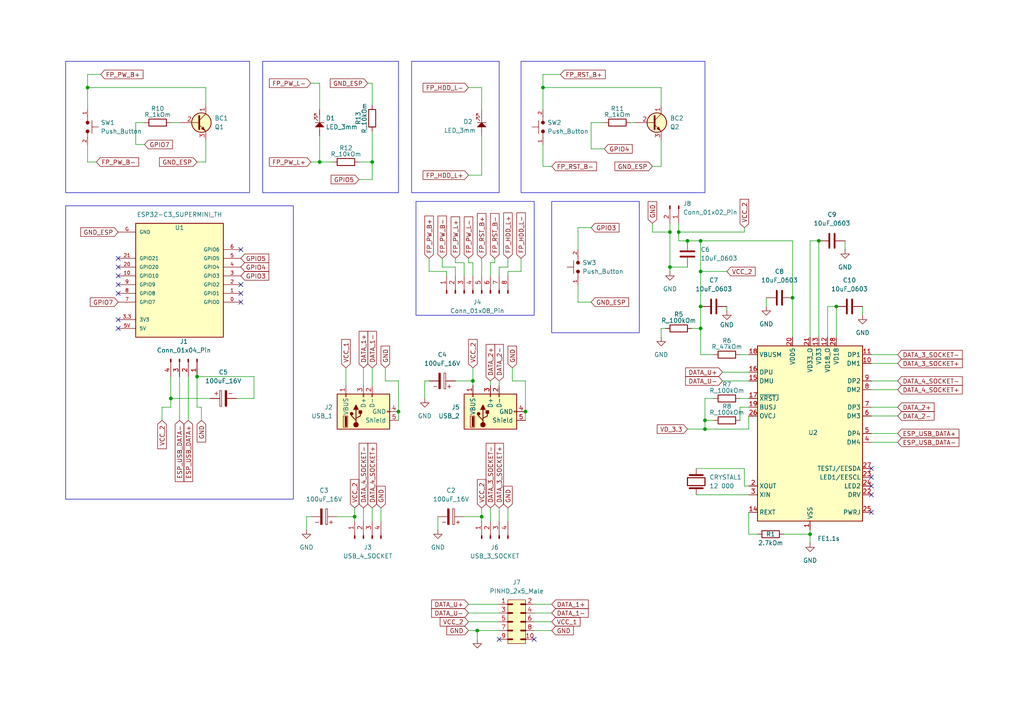
<source format=kicad_sch>
(kicad_sch (version 20250114) (generator "eeschema") (generator_version "9.0")
  (paper "A4")
  (lib_symbols
    (symbol "Connector:Conn_01x02_Pin" (pin_names (offset 1.016) (hide yes))
      (property "Reference" "J" (at 0 2.54 0))
      (property "Value" "Conn_01x02_Pin" (at 0 -5.08 0))
      (symbol "Conn_01x02_Pin_1_1"
        (pin passive line (at 5.08 0 180) (length 3.81) (name "Pin_1") (number "1"))
        (pin passive line (at 5.08 -2.54 180) (length 3.81) (name "Pin_2") (number "2"))
      )
    )
    (symbol "Connector:Conn_01x04_Pin" (pin_names (offset 1.016) (hide yes))
      (property "Reference" "J" (at 0 5.08 0))
      (property "Value" "Conn_01x04_Pin" (at 0 -7.62 0))
      (symbol "Conn_01x04_Pin_1_1"
        (pin passive line (at 5.08 2.54 180) (length 3.81) (name "Pin_1") (number "1"))
        (pin passive line (at 5.08 0 180) (length 3.81) (name "Pin_2") (number "2"))
        (pin passive line (at 5.08 -2.54 180) (length 3.81) (name "Pin_3") (number "3"))
        (pin passive line (at 5.08 -5.08 180) (length 3.81) (name "Pin_4") (number "4"))
      )
    )
    (symbol "Connector:Conn_01x08_Pin" (pin_names (offset 1.016) (hide yes))
      (property "Reference" "J" (at 0 10.16 0))
      (property "Value" "Conn_01x08_Pin" (at 0 -12.7 0))
      (symbol "Conn_01x08_Pin_1_1"
        (pin passive line (at 5.08 7.62 180) (length 3.81) (name "Pin_1") (number "1"))
        (pin passive line (at 5.08 5.08 180) (length 3.81) (name "Pin_2") (number "2"))
        (pin passive line (at 5.08 2.54 180) (length 3.81) (name "Pin_3") (number "3"))
        (pin passive line (at 5.08 0 180) (length 3.81) (name "Pin_4") (number "4"))
        (pin passive line (at 5.08 -2.54 180) (length 3.81) (name "Pin_5") (number "5"))
        (pin passive line (at 5.08 -5.08 180) (length 3.81) (name "Pin_6") (number "6"))
        (pin passive line (at 5.08 -7.62 180) (length 3.81) (name "Pin_7") (number "7"))
        (pin passive line (at 5.08 -10.16 180) (length 3.81) (name "Pin_8") (number "8"))
      )
    )
    (symbol "Connector:USB_A" (pin_names (offset 1.016))
      (property "Reference" "J" (at -5.08 11.43 0))
      (property "Value" "USB_A" (at -5.08 8.89 0))
      (symbol "USB_A_1_1"
        (pin passive line (at -2.54 -10.16 90) (length 2.54) (name "Shield") (number "5"))
        (pin power_in line (at 0 -10.16 90) (length 2.54) (name "GND") (number "4"))
        (pin power_in line (at 7.62 5.08 180) (length 2.54) (name "VBUS") (number "1"))
        (pin bidirectional line (at 7.62 0 180) (length 2.54) (name "D+") (number "3"))
        (pin bidirectional line (at 7.62 -2.54 180) (length 2.54) (name "D-") (number "2"))
      )
    )
    (symbol "ESP32-C3_SUPERMINI_TH:ESP32-C3_SUPERMINI_TH" (pin_names (offset 1.016))
      (property "Reference" "U" (at -12.7 16.002 0))
      (property "Value" "ESP32-C3_SUPERMINI_TH" (at -12.7 -20.32 0))
      (symbol "ESP32-C3_SUPERMINI_TH_0_0"
        (pin bidirectional line (at -17.78 5.08 0) (length 5.08) (name "GPIO0") (number "0"))
        (pin bidirectional line (at -17.78 2.54 0) (length 5.08) (name "GPIO1") (number "1"))
        (pin bidirectional line (at -17.78 0 0) (length 5.08) (name "GPIO2") (number "2"))
        (pin bidirectional line (at -17.78 -2.54 0) (length 5.08) (name "GPIO3") (number "3"))
        (pin bidirectional line (at -17.78 -5.08 0) (length 5.08) (name "GPIO4") (number "4"))
        (pin bidirectional line (at -17.78 -7.62 0) (length 5.08) (name "GPIO5") (number "5"))
        (pin bidirectional line (at -17.78 -10.16 0) (length 5.08) (name "GPIO6") (number "6"))
        (pin power_in line (at 17.78 12.7 180) (length 5.08) (name "5V") (number "5V"))
        (pin power_in line (at 17.78 10.16 180) (length 5.08) (name "3V3") (number "3.3"))
        (pin bidirectional line (at 17.78 5.08 180) (length 5.08) (name "GPIO7") (number "7"))
        (pin bidirectional line (at 17.78 2.54 180) (length 5.08) (name "GPIO8") (number "8"))
        (pin bidirectional line (at 17.78 0 180) (length 5.08) (name "GPIO9") (number "9"))
        (pin bidirectional line (at 17.78 -2.54 180) (length 5.08) (name "GPIO10") (number "10"))
        (pin bidirectional line (at 17.78 -5.08 180) (length 5.08) (name "GPIO20") (number "20"))
        (pin bidirectional line (at 17.78 -7.62 180) (length 5.08) (name "GPIO21") (number "21"))
        (pin power_in line (at 17.78 -15.24 180) (length 5.08) (name "GND") (number "G"))
      )
    )
    (symbol "Interface_USB:FE1.1s"
      (property "Reference" "U" (at -11.43 26.67 0))
      (property "Value" "FE1.1s" (at 12.7 27.94 0))
      (symbol "FE1.1s_1_1"
        (pin input line (at -17.78 22.86 0) (length 2.54) (name "VBUSM") (number "18"))
        (pin bidirectional line (at -17.78 17.78 0) (length 2.54) (name "DPU") (number "16"))
        (pin bidirectional line (at -17.78 15.24 0) (length 2.54) (name "DMU") (number "15"))
        (pin input line (at -17.78 10.16 0) (length 2.54) (name "~{XRSTJ}") (number "17"))
        (pin input line (at -17.78 7.62 0) (length 2.54) (name "BUSJ") (number "19"))
        (pin input line (at -17.78 5.08 0) (length 2.54) (name "OVCJ") (number "26"))
        (pin output line (at -17.78 -15.24 0) (length 2.54) (name "XOUT") (number "2"))
        (pin input line (at -17.78 -17.78 0) (length 2.54) (name "XIN") (number "3"))
        (pin passive line (at -17.78 -22.86 0) (length 2.54) (name "REXT") (number "14"))
        (pin power_in line (at -5.08 27.94 270) (length 2.54) (name "VDD5") (number "20"))
        (pin power_out line (at 0 27.94 270) (length 2.54) (name "VD33_O") (number "21"))
        (pin power_in line (at 0 -27.94 90) (length 2.54) (name "VSS") (number "1"))
        (pin power_in line (at 2.54 27.94 270) (length 2.54) (name "VD33") (number "13"))
        (pin power_out line (at 5.08 27.94 270) (length 2.54) (name "VD18_O") (number "12"))
        (pin power_in line (at 7.62 27.94 270) (length 2.54) (name "VD18") (number "28"))
        (pin bidirectional line (at 17.78 22.86 180) (length 2.54) (name "DP1") (number "11"))
        (pin bidirectional line (at 17.78 20.32 180) (length 2.54) (name "DM1") (number "10"))
        (pin bidirectional line (at 17.78 15.24 180) (length 2.54) (name "DP2") (number "9"))
        (pin bidirectional line (at 17.78 12.7 180) (length 2.54) (name "DM2") (number "8"))
        (pin bidirectional line (at 17.78 7.62 180) (length 2.54) (name "DP3") (number "7"))
        (pin bidirectional line (at 17.78 5.08 180) (length 2.54) (name "DM3") (number "6"))
        (pin bidirectional line (at 17.78 0 180) (length 2.54) (name "DP4") (number "5"))
        (pin bidirectional line (at 17.78 -2.54 180) (length 2.54) (name "DM4") (number "4"))
        (pin bidirectional line (at 17.78 -10.16 180) (length 2.54) (name "TESTJ/EESDA") (number "27"))
        (pin bidirectional line (at 17.78 -12.7 180) (length 2.54) (name "LED1/EESCL") (number "23"))
        (pin bidirectional line (at 17.78 -15.24 180) (length 2.54) (name "LED2") (number "24"))
        (pin bidirectional line (at 17.78 -17.78 180) (length 2.54) (name "DRV") (number "22"))
        (pin output line (at 17.78 -22.86 180) (length 2.54) (name "PWRJ") (number "25"))
      )
    )
    (symbol "PCM_Capacitor_AKL:C_0603" (pin_numbers (hide yes)) (pin_names (offset 0.254))
      (property "Reference" "C" (at 0.635 2.54 0))
      (property "Value" "C_0603" (at 0.635 -2.54 0))
      (symbol "C_0603_1_1"
        (pin passive line (at 0 3.81 270) (length 2.794) (name "~") (number "1"))
        (pin passive line (at 0 -3.81 90) (length 2.794) (name "~") (number "2"))
      )
      (symbol "C_0603_1_2"
        (pin passive line (at -2.54 -2.54 90) (length 0) (name "~") (number "2"))
        (pin passive line (at 2.54 2.54 270) (length 0) (name "~") (number "1"))
      )
    )
    (symbol "PCM_Crystal_AKL:Crystal_Generic" (pin_numbers (hide yes)) (pin_names (offset 1.016) (hide yes))
      (property "Reference" "X" (at 0 3.81 0))
      (property "Value" "Crystal_Generic" (at 0 -3.81 0))
      (symbol "Crystal_Generic_1_1"
        (pin passive line (at -3.81 0 0) (length 1.27) (name "1") (number "1"))
        (pin passive line (at 3.81 0 180) (length 1.27) (name "2") (number "2"))
      )
    )
    (symbol "PCM_Resistor_AKL:R_0603" (pin_numbers (hide yes)) (pin_names (offset 0))
      (property "Reference" "R" (at 2.54 1.27 0))
      (property "Value" "R_0603" (at 2.54 -1.27 0))
      (symbol "R_0603_1_1"
        (pin passive line (at 0 3.81 270) (length 1.27) (name "~") (number "1"))
        (pin passive line (at 0 -3.81 90) (length 1.27) (name "~") (number "2"))
      )
      (symbol "R_0603_1_2"
        (pin passive line (at -2.54 -2.54 0) (length 0) (name "") (number "2"))
        (pin passive line (at 2.54 2.54 180) (length 0) (name "") (number "1"))
      )
    )
    (symbol "PCM_Resistor_AKL:R_1206" (pin_numbers (hide yes)) (pin_names (offset 0))
      (property "Reference" "R" (at 2.54 1.27 0))
      (property "Value" "R_1206" (at 2.54 -1.27 0))
      (symbol "R_1206_1_1"
        (pin passive line (at 0 3.81 270) (length 1.27) (name "~") (number "1"))
        (pin passive line (at 0 -3.81 90) (length 1.27) (name "~") (number "2"))
      )
      (symbol "R_1206_1_2"
        (pin passive line (at -2.54 -2.54 0) (length 0) (name "") (number "2"))
        (pin passive line (at 2.54 2.54 180) (length 0) (name "") (number "1"))
      )
    )
    (symbol "PCM_SL_Capacitors:100uF_16V"
      (property "Reference" "C" (at 0 7.62 0))
      (property "Value" "100uF_16V" (at 0 5.08 0))
      (symbol "100uF_16V_0_0"
        (text "+" (at -2.032 1.524 0) (effects (font (size 1.27 1.27))))
        (text "-" (at 2.032 1.524 0) (effects (font (size 1.27 1.27))))
      )
      (symbol "100uF_16V_1_1"
        (pin passive line (at -3.81 0 0) (length 2.7) (name "~") (number "1"))
        (pin input line (at 3.81 0 180) (length 2.7) (name "~") (number "2"))
      )
    )
    (symbol "PCM_SL_Devices:LED_3mm"
      (property "Reference" "D" (at -0.508 5.334 0))
      (property "Value" "LED_3mm" (at -0.508 2.794 0))
      (symbol "LED_3mm_1_1"
        (pin passive line (at -3.81 0 0) (length 1.5) (name "") (number "2"))
        (pin passive line (at 3.81 0 180) (length 1.5) (name "~") (number "1"))
      )
    )
    (symbol "PCM_SL_Devices:Push_Button"
      (property "Reference" "SW" (at 0 6.35 0))
      (property "Value" "Push_Button" (at 0 4.445 0))
      (symbol "Push_Button_1_1"
        (pin passive line (at -5.08 0 0) (length 2) (name "") (number "1"))
        (pin passive line (at 5.08 0 180) (length 2) (name "") (number "2"))
      )
    )
    (symbol "PCM_SL_Pin_Headers:PINHD_2x5_Male"
      (property "Reference" "J" (at -1.27 10.16 0))
      (property "Value" "PINHD_2x5_Male" (at -1.27 7.62 0))
      (symbol "PINHD_2x5_Male_1_1"
        (pin passive line (at -5.08 5.08 0) (length 2.54) (name "") (number "1"))
        (pin passive line (at -5.08 2.54 0) (length 2.54) (name "") (number "3"))
        (pin passive line (at -5.08 0 0) (length 2.54) (name "") (number "5"))
        (pin passive line (at -5.08 -2.54 0) (length 2.54) (name "") (number "7"))
        (pin passive line (at -5.08 -5.08 0) (length 2.54) (name "") (number "9"))
        (pin passive line (at 5.08 5.08 180) (length 2.54) (name "") (number "2"))
        (pin passive line (at 5.08 2.54 180) (length 2.54) (name "") (number "4"))
        (pin passive line (at 5.08 0 180) (length 2.54) (name "") (number "6"))
        (pin passive line (at 5.08 -2.54 180) (length 2.54) (name "") (number "8"))
        (pin passive line (at 5.08 -5.08 180) (length 2.54) (name "") (number "10"))
      )
    )
    (symbol "PCM_Transistor_BJT_AKL:BC548" (pin_names (hide yes))
      (property "Reference" "Q" (at 5.08 1.27 0))
      (property "Value" "BC548" (at 5.08 -1.27 0))
      (symbol "BC548_1_1"
        (pin input line (at -5.08 0 0) (length 5.715) (name "B") (number "2"))
        (pin passive line (at 2.54 5.08 270) (length 2.54) (name "C") (number "1"))
        (pin passive line (at 2.54 -5.08 90) (length 2.54) (name "E") (number "3"))
      )
    )
    (symbol "power:GND" (power) (pin_numbers (hide yes)) (pin_names (offset 0) (hide yes))
      (property "Value" "GND" (at 0 -3.81 0))
      (symbol "GND_1_1"
        (pin power_in line (at 0 0 270) (length 0) (name "~") (number "1"))
      )
    )
  )
  (rectangle (start 19.05 17.78) (end 72.39 55.88))
  (rectangle (start 76.2 17.78) (end 115.57 55.88))
  (rectangle (start 160.02 58.42) (end 185.42 96.52))
  (rectangle (start 119.38 17.78) (end 144.78 55.88))
  (rectangle (start 19.05 59.69) (end 85.09 144.78))
  (rectangle (start 120.65 58.42) (end 154.94 91.44))
  (rectangle (start 151.13 17.78) (end 204.47 55.88))
  (junction (at 139.7 149.86))
  (junction (at 57.15 109.22))
  (junction (at 229.87 86.36))
  (junction (at 242.57 88.9))
  (junction (at 203.2 95.25))
  (junction (at 234.95 154.94))
  (junction (at 115.57 119.38))
  (junction (at 137.16 110.49))
  (junction (at 203.2 88.9))
  (junction (at 92.71 46.99))
  (junction (at 199.39 69.85))
  (junction (at 157.48 25.4))
  (junction (at 204.47 121.92))
  (junction (at 152.4 119.38))
  (junction (at 204.47 124.46))
  (junction (at 203.2 78.74))
  (junction (at 203.2 69.85))
  (junction (at 196.85 67.31))
  (junction (at 49.53 115.57))
  (junction (at 25.4 25.4))
  (junction (at 102.87 149.86))
  (junction (at 138.43 182.88))
  (junction (at 194.31 67.31))
  (junction (at 237.49 69.85))
  (junction (at 194.31 77.47))
  (junction (at 107.95 46.99))
  (no_connect (at 69.85 82.55))
  (no_connect (at 34.29 85.09))
  (no_connect (at 34.29 80.01))
  (no_connect (at 252.73 135.89))
  (no_connect (at 252.73 148.59))
  (no_connect (at 144.78 185.42))
  (no_connect (at 34.29 77.47))
  (no_connect (at 34.29 74.93))
  (no_connect (at 252.73 143.51))
  (no_connect (at 69.85 85.09))
  (no_connect (at 69.85 87.63))
  (no_connect (at 154.94 185.42))
  (no_connect (at 252.73 138.43))
  (no_connect (at 34.29 82.55))
  (no_connect (at 252.73 140.97))
  (no_connect (at 69.85 72.39))
  (no_connect (at 34.29 95.25))
  (no_connect (at 34.29 92.71))
  (wire (pts (xy 171.45 35.56) (xy 175.26 35.56)))
  (wire (pts (xy 139.7 50.8) (xy 139.7 39.37)))
  (wire (pts (xy 194.31 67.31) (xy 194.31 77.47)))
  (wire (pts (xy 196.85 69.85) (xy 199.39 69.85)))
  (wire (pts (xy 39.37 41.91) (xy 41.91 41.91)))
  (wire (pts (xy 191.77 40.64) (xy 191.77 48.26)))
  (wire (pts (xy 59.69 30.48) (xy 59.69 25.4)))
  (wire (pts (xy 107.95 24.13) (xy 107.95 30.48)))
  (wire (pts (xy 58.42 118.11) (xy 58.42 121.92)))
  (wire (pts (xy 234.95 153.67) (xy 234.95 154.94)))
  (wire (pts (xy 127 149.86) (xy 127 153.67)))
  (wire (pts (xy 25.4 41.91) (xy 25.4 46.99)))
  (wire (pts (xy 129.54 78.74) (xy 124.46 78.74)))
  (wire (pts (xy 25.4 21.59) (xy 25.4 25.4)))
  (wire (pts (xy 39.37 35.56) (xy 39.37 41.91)))
  (wire (pts (xy 201.93 143.51) (xy 217.17 143.51)))
  (wire (pts (xy 104.14 52.07) (xy 107.95 52.07)))
  (wire (pts (xy 151.13 78.74) (xy 151.13 74.93)))
  (wire (pts (xy 194.31 77.47) (xy 194.31 78.74)))
  (wire (pts (xy 46.99 118.11) (xy 49.53 118.11)))
  (wire (pts (xy 252.73 110.49) (xy 260.35 110.49)))
  (wire (pts (xy 194.31 67.31) (xy 194.31 64.77)))
  (wire (pts (xy 25.4 46.99) (xy 27.94 46.99)))
  (wire (pts (xy 157.48 21.59) (xy 157.48 25.4)))
  (wire (pts (xy 196.85 64.77) (xy 196.85 67.31)))
  (wire (pts (xy 129.54 78.74) (xy 129.54 80.01)))
  (wire (pts (xy 49.53 115.57) (xy 60.96 115.57)))
  (wire (pts (xy 135.89 25.4) (xy 139.7 25.4)))
  (wire (pts (xy 199.39 69.85) (xy 203.2 69.85)))
  (wire (pts (xy 139.7 25.4) (xy 139.7 31.75)))
  (wire (pts (xy 203.2 69.85) (xy 229.87 69.85)))
  (wire (pts (xy 111.76 110.49) (xy 115.57 110.49)))
  (wire (pts (xy 203.2 78.74) (xy 210.82 78.74)))
  (wire (pts (xy 252.73 113.03) (xy 260.35 113.03)))
  (wire (pts (xy 88.9 149.86) (xy 88.9 153.67)))
  (wire (pts (xy 154.94 180.34) (xy 160.02 180.34)))
  (wire (pts (xy 102.87 149.86) (xy 102.87 151.13)))
  (wire (pts (xy 134.62 149.86) (xy 139.7 149.86)))
  (wire (pts (xy 57.15 118.11) (xy 57.15 109.22)))
  (wire (pts (xy 191.77 25.4) (xy 191.77 30.48)))
  (wire (pts (xy 252.73 120.65) (xy 260.35 120.65)))
  (wire (pts (xy 142.24 76.2) (xy 142.24 80.01)))
  (wire (pts (xy 100.33 106.68) (xy 100.33 111.76)))
  (wire (pts (xy 154.94 175.26) (xy 160.02 175.26)))
  (wire (pts (xy 217.17 140.97) (xy 215.9 140.97)))
  (wire (pts (xy 234.95 69.85) (xy 237.49 69.85)))
  (wire (pts (xy 124.46 78.74) (xy 124.46 74.93)))
  (wire (pts (xy 49.53 35.56) (xy 52.07 35.56)))
  (wire (pts (xy 157.48 25.4) (xy 191.77 25.4)))
  (wire (pts (xy 59.69 25.4) (xy 25.4 25.4)))
  (wire (pts (xy 157.48 25.4) (xy 157.48 31.75)))
  (wire (pts (xy 49.53 115.57) (xy 49.53 109.22)))
  (wire (pts (xy 152.4 119.38) (xy 152.4 121.92)))
  (wire (pts (xy 217.17 124.46) (xy 217.17 120.65)))
  (wire (pts (xy 137.16 106.68) (xy 137.16 110.49)))
  (wire (pts (xy 49.53 118.11) (xy 49.53 115.57)))
  (wire (pts (xy 215.9 66.04) (xy 215.9 67.31)))
  (wire (pts (xy 144.78 77.47) (xy 144.78 80.01)))
  (wire (pts (xy 123.19 110.49) (xy 124.46 110.49)))
  (wire (pts (xy 167.64 66.04) (xy 171.45 66.04)))
  (wire (pts (xy 143.51 76.2) (xy 143.51 74.93)))
  (wire (pts (xy 160.02 48.26) (xy 157.48 48.26)))
  (wire (pts (xy 147.32 151.13) (xy 147.32 147.32)))
  (wire (pts (xy 132.08 77.47) (xy 128.27 77.47)))
  (wire (pts (xy 147.32 77.47) (xy 147.32 74.93)))
  (wire (pts (xy 138.43 182.88) (xy 144.78 182.88)))
  (wire (pts (xy 252.73 125.73) (xy 260.35 125.73)))
  (wire (pts (xy 191.77 95.25) (xy 191.77 97.79)))
  (wire (pts (xy 92.71 46.99) (xy 96.52 46.99)))
  (wire (pts (xy 250.19 91.44) (xy 250.19 88.9)))
  (wire (pts (xy 240.03 88.9) (xy 242.57 88.9)))
  (wire (pts (xy 234.95 154.94) (xy 234.95 157.48)))
  (wire (pts (xy 104.14 46.99) (xy 107.95 46.99)))
  (wire (pts (xy 252.73 105.41) (xy 260.35 105.41)))
  (wire (pts (xy 229.87 97.79) (xy 229.87 86.36)))
  (wire (pts (xy 135.89 50.8) (xy 139.7 50.8)))
  (wire (pts (xy 135.89 74.93) (xy 135.89 76.2)))
  (wire (pts (xy 144.78 77.47) (xy 147.32 77.47)))
  (wire (pts (xy 147.32 78.74) (xy 151.13 78.74)))
  (wire (pts (xy 157.48 41.91) (xy 157.48 48.26)))
  (wire (pts (xy 199.39 124.46) (xy 204.47 124.46)))
  (wire (pts (xy 217.17 154.94) (xy 219.71 154.94)))
  (wire (pts (xy 144.78 110.49) (xy 144.78 111.76)))
  (wire (pts (xy 240.03 97.79) (xy 240.03 88.9)))
  (wire (pts (xy 123.19 110.49) (xy 123.19 115.57)))
  (wire (pts (xy 245.11 72.39) (xy 245.11 69.85)))
  (wire (pts (xy 90.17 46.99) (xy 92.71 46.99)))
  (wire (pts (xy 135.89 175.26) (xy 144.78 175.26)))
  (wire (pts (xy 203.2 102.87) (xy 207.01 102.87)))
  (wire (pts (xy 54.61 109.22) (xy 54.61 121.92)))
  (wire (pts (xy 128.27 77.47) (xy 128.27 74.93)))
  (wire (pts (xy 25.4 25.4) (xy 25.4 31.75)))
  (wire (pts (xy 154.94 177.8) (xy 160.02 177.8)))
  (wire (pts (xy 214.63 121.92) (xy 214.63 118.11)))
  (wire (pts (xy 148.59 110.49) (xy 152.4 110.49)))
  (wire (pts (xy 92.71 24.13) (xy 92.71 31.75)))
  (wire (pts (xy 227.33 154.94) (xy 234.95 154.94)))
  (wire (pts (xy 142.24 76.2) (xy 143.51 76.2)))
  (wire (pts (xy 196.85 67.31) (xy 196.85 69.85)))
  (wire (pts (xy 88.9 149.86) (xy 90.17 149.86)))
  (wire (pts (xy 171.45 43.18) (xy 175.26 43.18)))
  (wire (pts (xy 144.78 147.32) (xy 144.78 151.13)))
  (wire (pts (xy 59.69 40.64) (xy 59.69 46.99)))
  (wire (pts (xy 134.62 76.2) (xy 134.62 80.01)))
  (wire (pts (xy 209.55 107.95) (xy 217.17 107.95)))
  (wire (pts (xy 25.4 21.59) (xy 29.21 21.59)))
  (wire (pts (xy 107.95 106.68) (xy 107.95 111.76)))
  (wire (pts (xy 115.57 119.38) (xy 115.57 121.92)))
  (wire (pts (xy 106.68 24.13) (xy 107.95 24.13)))
  (wire (pts (xy 237.49 69.85) (xy 237.49 97.79)))
  (wire (pts (xy 194.31 77.47) (xy 199.39 77.47)))
  (wire (pts (xy 102.87 147.32) (xy 102.87 149.86)))
  (wire (pts (xy 90.17 24.13) (xy 92.71 24.13)))
  (wire (pts (xy 107.95 52.07) (xy 107.95 46.99)))
  (wire (pts (xy 242.57 88.9) (xy 242.57 97.79)))
  (wire (pts (xy 142.24 147.32) (xy 142.24 151.13)))
  (wire (pts (xy 215.9 135.89) (xy 201.93 135.89)))
  (wire (pts (xy 110.49 151.13) (xy 110.49 147.32)))
  (wire (pts (xy 191.77 95.25) (xy 193.04 95.25)))
  (wire (pts (xy 203.2 69.85) (xy 203.2 78.74)))
  (wire (pts (xy 252.73 102.87) (xy 260.35 102.87)))
  (wire (pts (xy 142.24 110.49) (xy 142.24 111.76)))
  (wire (pts (xy 139.7 147.32) (xy 139.7 149.86)))
  (wire (pts (xy 107.95 38.1) (xy 107.95 46.99)))
  (wire (pts (xy 207.01 115.57) (xy 204.47 115.57)))
  (wire (pts (xy 189.23 67.31) (xy 194.31 67.31)))
  (wire (pts (xy 204.47 121.92) (xy 204.47 124.46)))
  (wire (pts (xy 252.73 118.11) (xy 260.35 118.11)))
  (wire (pts (xy 203.2 78.74) (xy 203.2 88.9)))
  (wire (pts (xy 46.99 121.92) (xy 46.99 118.11)))
  (wire (pts (xy 135.89 76.2) (xy 137.16 76.2)))
  (wire (pts (xy 137.16 76.2) (xy 137.16 80.01)))
  (wire (pts (xy 137.16 110.49) (xy 137.16 111.76)))
  (wire (pts (xy 138.43 182.88) (xy 138.43 185.42)))
  (wire (pts (xy 167.64 87.63) (xy 167.64 82.55)))
  (wire (pts (xy 148.59 106.68) (xy 148.59 110.49)))
  (wire (pts (xy 191.77 48.26) (xy 189.23 48.26)))
  (wire (pts (xy 105.41 106.68) (xy 105.41 111.76)))
  (wire (pts (xy 135.89 180.34) (xy 144.78 180.34)))
  (wire (pts (xy 214.63 118.11) (xy 217.17 118.11)))
  (wire (pts (xy 139.7 149.86) (xy 139.7 151.13)))
  (wire (pts (xy 152.4 110.49) (xy 152.4 119.38)))
  (wire (pts (xy 132.08 76.2) (xy 134.62 76.2)))
  (wire (pts (xy 57.15 46.99) (xy 59.69 46.99)))
  (wire (pts (xy 105.41 147.32) (xy 105.41 151.13)))
  (wire (pts (xy 217.17 148.59) (xy 217.17 154.94)))
  (wire (pts (xy 209.55 110.49) (xy 217.17 110.49)))
  (wire (pts (xy 132.08 77.47) (xy 132.08 80.01)))
  (wire (pts (xy 234.95 97.79) (xy 234.95 69.85)))
  (wire (pts (xy 222.25 88.9) (xy 222.25 86.36)))
  (wire (pts (xy 204.47 115.57) (xy 204.47 121.92)))
  (wire (pts (xy 111.76 106.68) (xy 111.76 110.49)))
  (wire (pts (xy 139.7 74.93) (xy 139.7 80.01)))
  (wire (pts (xy 57.15 109.22) (xy 73.66 109.22)))
  (wire (pts (xy 229.87 86.36) (xy 229.87 69.85)))
  (wire (pts (xy 147.32 78.74) (xy 147.32 80.01)))
  (wire (pts (xy 167.64 66.04) (xy 167.64 72.39)))
  (wire (pts (xy 135.89 177.8) (xy 144.78 177.8)))
  (wire (pts (xy 189.23 67.31) (xy 189.23 64.77)))
  (wire (pts (xy 196.85 67.31) (xy 215.9 67.31)))
  (wire (pts (xy 200.66 95.25) (xy 203.2 95.25)))
  (wire (pts (xy 214.63 102.87) (xy 217.17 102.87)))
  (wire (pts (xy 182.88 35.56) (xy 184.15 35.56)))
  (wire (pts (xy 52.07 109.22) (xy 52.07 121.92)))
  (wire (pts (xy 252.73 128.27) (xy 260.35 128.27)))
  (wire (pts (xy 73.66 109.22) (xy 73.66 115.57)))
  (wire (pts (xy 171.45 87.63) (xy 167.64 87.63)))
  (wire (pts (xy 92.71 39.37) (xy 92.71 46.99)))
  (wire (pts (xy 97.79 149.86) (xy 102.87 149.86)))
  (wire (pts (xy 215.9 140.97) (xy 215.9 135.89)))
  (wire (pts (xy 214.63 115.57) (xy 217.17 115.57)))
  (wire (pts (xy 157.48 21.59) (xy 162.56 21.59)))
  (wire (pts (xy 57.15 118.11) (xy 58.42 118.11)))
  (wire (pts (xy 204.47 121.92) (xy 207.01 121.92)))
  (wire (pts (xy 203.2 95.25) (xy 203.2 102.87)))
  (wire (pts (xy 115.57 110.49) (xy 115.57 119.38)))
  (wire (pts (xy 210.82 88.9) (xy 210.82 90.17)))
  (wire (pts (xy 68.58 115.57) (xy 73.66 115.57)))
  (wire (pts (xy 135.89 182.88) (xy 138.43 182.88)))
  (wire (pts (xy 39.37 35.56) (xy 41.91 35.56)))
  (wire (pts (xy 132.08 110.49) (xy 137.16 110.49)))
  (wire (pts (xy 154.94 182.88) (xy 160.02 182.88)))
  (wire (pts (xy 203.2 88.9) (xy 203.2 95.25)))
  (wire (pts (xy 132.08 74.93) (xy 132.08 76.2)))
  (wire (pts (xy 204.47 124.46) (xy 217.17 124.46)))
  (wire (pts (xy 171.45 35.56) (xy 171.45 43.18)))
  (wire (pts (xy 107.95 147.32) (xy 107.95 151.13)))
  (global_label "ESP_USB_DATA+" (shape input) (at 54.61 121.92 270) (property "Intersheetrefs" "${INTERSHEET_REFS}" (effects (hide yes))))
  (global_label "GND" (shape input) (at 189.23 64.77 90) (property "Intersheetrefs" "${INTERSHEET_REFS}" (effects (hide yes))))
  (global_label "FP_RST_B+" (shape input) (at 139.7 74.93 90) (property "Intersheetrefs" "${INTERSHEET_REFS}" (effects (hide yes))))
  (global_label "FP_PW_B+" (shape input) (at 29.21 21.59 0) (property "Intersheetrefs" "${INTERSHEET_REFS}" (effects (hide yes))))
  (global_label "DATA_1-" (shape input) (at 160.02 177.8 0) (property "Intersheetrefs" "${INTERSHEET_REFS}" (effects (hide yes))))
  (global_label "GND" (shape input) (at 58.42 121.92 270) (property "Intersheetrefs" "${INTERSHEET_REFS}" (effects (hide yes))))
  (global_label "GND" (shape input) (at 111.76 106.68 90) (property "Intersheetrefs" "${INTERSHEET_REFS}" (effects (hide yes))))
  (global_label "VCC_2" (shape input) (at 210.82 78.74 0) (property "Intersheetrefs" "${INTERSHEET_REFS}" (effects (hide yes))))
  (global_label "DATA_U-" (shape input) (at 209.55 110.49 180) (property "Intersheetrefs" "${INTERSHEET_REFS}" (effects (hide yes))))
  (global_label "VCC_1" (shape input) (at 160.02 180.34 0) (property "Intersheetrefs" "${INTERSHEET_REFS}" (effects (hide yes))))
  (global_label "FP_HDD_L-" (shape input) (at 151.13 74.93 90) (property "Intersheetrefs" "${INTERSHEET_REFS}" (effects (hide yes))))
  (global_label "VCC_2" (shape input) (at 137.16 106.68 90) (property "Intersheetrefs" "${INTERSHEET_REFS}" (effects (hide yes))))
  (global_label "DATA_U+" (shape input) (at 209.55 107.95 180) (property "Intersheetrefs" "${INTERSHEET_REFS}" (effects (hide yes))))
  (global_label "VCC_2" (shape input) (at 215.9 66.04 90) (property "Intersheetrefs" "${INTERSHEET_REFS}" (effects (hide yes))))
  (global_label "GND" (shape input) (at 160.02 182.88 0) (property "Intersheetrefs" "${INTERSHEET_REFS}" (effects (hide yes))))
  (global_label "GND" (shape input) (at 110.49 147.32 90) (property "Intersheetrefs" "${INTERSHEET_REFS}" (effects (hide yes))))
  (global_label "VCC_2" (shape input) (at 139.7 147.32 90) (property "Intersheetrefs" "${INTERSHEET_REFS}" (effects (hide yes))))
  (global_label "ESP_USB_DATA-" (shape input) (at 260.35 128.27 0) (property "Intersheetrefs" "${INTERSHEET_REFS}" (effects (hide yes))))
  (global_label "DATA_1-" (shape input) (at 107.95 106.68 90) (property "Intersheetrefs" "${INTERSHEET_REFS}" (effects (hide yes))))
  (global_label "ESP_USB_DATA-" (shape input) (at 52.07 121.92 270) (property "Intersheetrefs" "${INTERSHEET_REFS}" (effects (hide yes))))
  (global_label "GND_ESP" (shape input) (at 106.68 24.13 180) (property "Intersheetrefs" "${INTERSHEET_REFS}" (effects (hide yes))))
  (global_label "GPIO5" (shape input) (at 69.85 74.93 0) (property "Intersheetrefs" "${INTERSHEET_REFS}" (effects (hide yes))))
  (global_label "FP_PW_L+" (shape input) (at 132.08 74.93 90) (property "Intersheetrefs" "${INTERSHEET_REFS}" (effects (hide yes))))
  (global_label "FP_HDD_L+" (shape input) (at 147.32 74.93 90) (property "Intersheetrefs" "${INTERSHEET_REFS}" (effects (hide yes))))
  (global_label "GND" (shape input) (at 135.89 182.88 180) (property "Intersheetrefs" "${INTERSHEET_REFS}" (effects (hide yes))))
  (global_label "FP_HDD_L+" (shape input) (at 135.89 50.8 180) (property "Intersheetrefs" "${INTERSHEET_REFS}" (effects (hide yes))))
  (global_label "DATA_3_SOCKET+" (shape input) (at 144.78 147.32 90) (property "Intersheetrefs" "${INTERSHEET_REFS}" (effects (hide yes))))
  (global_label "GND" (shape input) (at 147.32 147.32 90) (property "Intersheetrefs" "${INTERSHEET_REFS}" (effects (hide yes))))
  (global_label "GPIO5" (shape input) (at 104.14 52.07 180) (property "Intersheetrefs" "${INTERSHEET_REFS}" (effects (hide yes))))
  (global_label "DATA_2-" (shape input) (at 260.35 120.65 0) (property "Intersheetrefs" "${INTERSHEET_REFS}" (effects (hide yes))))
  (global_label "DATA_4_SOCKET+" (shape input) (at 260.35 113.03 0) (property "Intersheetrefs" "${INTERSHEET_REFS}" (effects (hide yes))))
  (global_label "VCC_2" (shape input) (at 102.87 147.32 90) (property "Intersheetrefs" "${INTERSHEET_REFS}" (effects (hide yes))))
  (global_label "DATA_3_SOCKET-" (shape input) (at 142.24 147.32 90) (property "Intersheetrefs" "${INTERSHEET_REFS}" (effects (hide yes))))
  (global_label "GND_ESP" (shape input) (at 171.45 87.63 0) (property "Intersheetrefs" "${INTERSHEET_REFS}" (effects (hide yes))))
  (global_label "GND" (shape input) (at 148.59 106.68 90) (property "Intersheetrefs" "${INTERSHEET_REFS}" (effects (hide yes))))
  (global_label "FP_HDD_L-" (shape input) (at 135.89 25.4 180) (property "Intersheetrefs" "${INTERSHEET_REFS}" (effects (hide yes))))
  (global_label "GND_ESP" (shape input) (at 34.29 67.31 180) (property "Intersheetrefs" "${INTERSHEET_REFS}" (effects (hide yes))))
  (global_label "FP_PW_L-" (shape input) (at 90.17 24.13 180) (property "Intersheetrefs" "${INTERSHEET_REFS}" (effects (hide yes))))
  (global_label "GPIO3" (shape input) (at 69.85 80.01 0) (property "Intersheetrefs" "${INTERSHEET_REFS}" (effects (hide yes))))
  (global_label "GPIO3" (shape input) (at 171.45 66.04 0) (property "Intersheetrefs" "${INTERSHEET_REFS}" (effects (hide yes))))
  (global_label "VD_3.3" (shape input) (at 199.39 124.46 180) (property "Intersheetrefs" "${INTERSHEET_REFS}" (effects (hide yes))))
  (global_label "GPIO4" (shape input) (at 175.26 43.18 0) (property "Intersheetrefs" "${INTERSHEET_REFS}" (effects (hide yes))))
  (global_label "FP_PW_L+" (shape input) (at 90.17 46.99 180) (property "Intersheetrefs" "${INTERSHEET_REFS}" (effects (hide yes))))
  (global_label "FP_PW_B-" (shape input) (at 128.27 74.93 90) (property "Intersheetrefs" "${INTERSHEET_REFS}" (effects (hide yes))))
  (global_label "FP_PW_B+" (shape input) (at 124.46 74.93 90) (property "Intersheetrefs" "${INTERSHEET_REFS}" (effects (hide yes))))
  (global_label "DATA_2+" (shape input) (at 142.24 110.49 90) (property "Intersheetrefs" "${INTERSHEET_REFS}" (effects (hide yes))))
  (global_label "GPIO4" (shape input) (at 69.85 77.47 0) (property "Intersheetrefs" "${INTERSHEET_REFS}" (effects (hide yes))))
  (global_label "DATA_U+" (shape input) (at 135.89 175.26 180) (property "Intersheetrefs" "${INTERSHEET_REFS}" (effects (hide yes))))
  (global_label "DATA_2-" (shape input) (at 144.78 110.49 90) (property "Intersheetrefs" "${INTERSHEET_REFS}" (effects (hide yes))))
  (global_label "GPIO7" (shape input) (at 41.91 41.91 0) (property "Intersheetrefs" "${INTERSHEET_REFS}" (effects (hide yes))))
  (global_label "DATA_1+" (shape input) (at 160.02 175.26 0) (property "Intersheetrefs" "${INTERSHEET_REFS}" (effects (hide yes))))
  (global_label "DATA_U-" (shape input) (at 135.89 177.8 180) (property "Intersheetrefs" "${INTERSHEET_REFS}" (effects (hide yes))))
  (global_label "DATA_1+" (shape input) (at 105.41 106.68 90) (property "Intersheetrefs" "${INTERSHEET_REFS}" (effects (hide yes))))
  (global_label "FP_RST_B+" (shape input) (at 162.56 21.59 0) (property "Intersheetrefs" "${INTERSHEET_REFS}" (effects (hide yes))))
  (global_label "GPIO7" (shape input) (at 34.29 87.63 180) (property "Intersheetrefs" "${INTERSHEET_REFS}" (effects (hide yes))))
  (global_label "GND_ESP" (shape input) (at 189.23 48.26 180) (property "Intersheetrefs" "${INTERSHEET_REFS}" (effects (hide yes))))
  (global_label "DATA_2+" (shape input) (at 260.35 118.11 0) (property "Intersheetrefs" "${INTERSHEET_REFS}" (effects (hide yes))))
  (global_label "FP_PW_L-" (shape input) (at 135.89 74.93 90) (property "Intersheetrefs" "${INTERSHEET_REFS}" (effects (hide yes))))
  (global_label "FP_PW_B-" (shape input) (at 27.94 46.99 0) (property "Intersheetrefs" "${INTERSHEET_REFS}" (effects (hide yes))))
  (global_label "FP_RST_B-" (shape input) (at 160.02 48.26 0) (property "Intersheetrefs" "${INTERSHEET_REFS}" (effects (hide yes))))
  (global_label "DATA_4_SOCKET+" (shape input) (at 107.95 147.32 90) (property "Intersheetrefs" "${INTERSHEET_REFS}" (effects (hide yes))))
  (global_label "DATA_4_SOCKET-" (shape input) (at 260.35 110.49 0) (property "Intersheetrefs" "${INTERSHEET_REFS}" (effects (hide yes))))
  (global_label "FP_RST_B-" (shape input) (at 143.51 74.93 90) (property "Intersheetrefs" "${INTERSHEET_REFS}" (effects (hide yes))))
  (global_label "ESP_USB_DATA+" (shape input) (at 260.35 125.73 0) (property "Intersheetrefs" "${INTERSHEET_REFS}" (effects (hide yes))))
  (global_label "GND_ESP" (shape input) (at 57.15 46.99 180) (property "Intersheetrefs" "${INTERSHEET_REFS}" (effects (hide yes))))
  (global_label "DATA_3_SOCKET-" (shape input) (at 260.35 102.87 0) (property "Intersheetrefs" "${INTERSHEET_REFS}" (effects (hide yes))))
  (global_label "VCC_1" (shape input) (at 100.33 106.68 90) (property "Intersheetrefs" "${INTERSHEET_REFS}" (effects (hide yes))))
  (global_label "DATA_4_SOCKET-" (shape input) (at 105.41 147.32 90) (property "Intersheetrefs" "${INTERSHEET_REFS}" (effects (hide yes))))
  (global_label "VCC_2" (shape input) (at 46.99 121.92 270) (property "Intersheetrefs" "${INTERSHEET_REFS}" (effects (hide yes))))
  (global_label "VCC_2" (shape input) (at 135.89 180.34 180) (property "Intersheetrefs" "${INTERSHEET_REFS}" (effects (hide yes))))
  (global_label "DATA_3_SOCKET+" (shape input) (at 260.35 105.41 0) (property "Intersheetrefs" "${INTERSHEET_REFS}" (effects (hide yes))))
  (symbol (lib_id "PCM_SL_Devices:Push_Button") (at 25.4 36.83 270) (unit 1)
    (property "Reference" "SW1" (at 29.21 35.5599 90) (effects (justify left)))
    (property "Value" "Push_Button" (at 29.21 38.0999 90) (effects (justify left)))
    (property "Footprint" "Button_Switch_THT:SW_PUSH_6mm" (effects (hide yes)))
    (property "Description" "Common 6mmx6mm Push Button" (effects (hide yes)))
  )
  (symbol (lib_id "power:GND") (at 222.25 88.9 0) (unit 1)
    (property "Reference" "#PWR09" (effects (hide yes)))
    (property "Value" "GND" (at 222.25 93.98 0))
    (property "Description" "Power symbol creates a global label with name \"GND\" , ground" (effects (hide yes)))
  )
  (symbol (lib_id "PCM_Resistor_AKL:R_1206") (at 210.82 102.87 90) (unit 1)
    (property "Reference" "R6" (at 210.82 98.806 90))
    (property "Value" "R_47kOm" (at 210.82 100.584 90))
    (property "Footprint" "PCM_Resistor_SMD_AKL:R_1206_3216Metric" (effects (hide yes)))
    (property "Description" "SMD 1206 Chip Resistor, European Symbol, Alternate KiCad Library" (effects (hide yes)))
  )
  (symbol (lib_id "PCM_Resistor_AKL:R_1206") (at 210.82 121.92 90) (unit 1)
    (property "Reference" "R8" (at 210.82 117.856 90))
    (property "Value" "R_100kOm" (at 210.82 119.634 90))
    (property "Footprint" "PCM_Resistor_SMD_AKL:R_1206_3216Metric" (effects (hide yes)))
    (property "Description" "SMD 1206 Chip Resistor, European Symbol, Alternate KiCad Library" (effects (hide yes)))
  )
  (symbol (lib_id "Connector:Conn_01x02_Pin") (at 196.85 59.69 270) (unit 1)
    (property "Reference" "J8" (at 198.12 59.0549 90) (effects (justify left)))
    (property "Value" "Conn_01x02_Pin" (at 198.12 61.5949 90) (effects (justify left)))
    (property "Footprint" "${KICAD9_3DMODEL_DIR}/Connector_JST.3dshapes/JST_XH_B2B-XH-A_1x02_P2.50mm_Vertical.wrl" (effects (hide yes)))
    (property "Description" "Generic connector, single row, 01x02, script generated" (effects (hide yes)))
  )
  (symbol (lib_id "Connector:USB_A") (at 105.41 119.38 90) (unit 1)
    (property "Reference" "J2" (at 96.52 118.1099 90) (effects (justify left)))
    (property "Value" "USB_1" (at 96.52 120.6499 90) (effects (justify left)))
    (property "Footprint" "USB-A1VSB6:ONSHORE_USB-A1VSB6" (effects (hide yes)))
    (property "Description" "USB Type A connector" (effects (hide yes)))
  )
  (symbol (lib_id "Connector:USB_A") (at 142.24 119.38 90) (unit 1)
    (property "Reference" "J5" (at 133.35 118.1099 90) (effects (justify left)))
    (property "Value" "USB_2" (at 133.35 120.6499 90) (effects (justify left)))
    (property "Footprint" "USB-A1VSB6:ONSHORE_USB-A1VSB6" (effects (hide yes)))
    (property "Description" "USB Type A connector" (effects (hide yes)))
  )
  (symbol (lib_id "power:GND") (at 138.43 185.42 0) (unit 1)
    (property "Reference" "#PWR05" (effects (hide yes)))
    (property "Value" "GND" (effects (hide yes)))
    (property "Description" "Power symbol creates a global label with name \"GND\" , ground" (effects (hide yes)))
  )
  (symbol (lib_id "PCM_Resistor_AKL:R_1206") (at 107.95 34.29 180) (unit 1)
    (property "Reference" "R13" (at 103.886 34.29 90))
    (property "Value" "R_10kOm" (at 105.664 34.29 90))
    (property "Footprint" "PCM_Resistor_SMD_AKL:R_1206_3216Metric" (effects (hide yes)))
    (property "Description" "SMD 1206 Chip Resistor, European Symbol, Alternate KiCad Library" (effects (hide yes)))
  )
  (symbol (lib_id "Connector:Conn_01x04_Pin") (at 105.41 156.21 90) (unit 1)
    (property "Reference" "J3" (at 106.68 158.75 90))
    (property "Value" "USB_4_SOCKET" (at 106.68 161.29 90))
    (property "Footprint" "Connector_PinHeader_2.54mm:PinHeader_1x04_P2.54mm_Vertical" (effects (hide yes)))
    (property "Description" "Generic connector, single row, 01x04, script generated" (effects (hide yes)))
  )
  (symbol (lib_id "PCM_Capacitor_AKL:C_0603") (at 199.39 73.66 180) (unit 1)
    (property "Reference" "C6" (at 203.2 72.3899 0) (effects (justify right)))
    (property "Value" "10uF_0603" (at 203.2 74.9299 0) (effects (justify right)))
    (property "Footprint" "PCM_Capacitor_SMD_AKL:C_1206_3216Metric" (effects (hide yes)))
    (property "Description" "SMD 0603 MLCC capacitor, Alternate KiCad Library" (effects (hide yes)))
  )
  (symbol (lib_id "PCM_Resistor_AKL:R_0603") (at 223.52 154.94 90) (unit 1)
    (property "Reference" "R1" (at 223.52 154.94 90))
    (property "Value" "2.7kOm" (at 223.52 157.48 90))
    (property "Footprint" "PCM_Resistor_SMD_AKL:R_1206_3216Metric" (effects (hide yes)))
    (property "Description" "SMD 0603 Chip Resistor, European Symbol, Alternate KiCad Library" (effects (hide yes)))
  )
  (symbol (lib_id "PCM_Resistor_AKL:R_1206") (at 196.85 95.25 90) (unit 1)
    (property "Reference" "R5" (at 196.85 91.186 90))
    (property "Value" "R_100kOm" (at 196.85 92.964 90))
    (property "Footprint" "PCM_Resistor_SMD_AKL:R_1206_3216Metric" (effects (hide yes)))
    (property "Description" "SMD 1206 Chip Resistor, European Symbol, Alternate KiCad Library" (effects (hide yes)))
  )
  (symbol (lib_id "PCM_Transistor_BJT_AKL:BC548") (at 189.23 35.56 0) (unit 1)
    (property "Reference" "BC2" (at 194.31 34.2899 0) (effects (justify left)))
    (property "Value" "Q2" (at 194.31 36.8299 0) (effects (justify left)))
    (property "Footprint" "PCM_Package_TO_SOT_THT_AKL:TO-92_Inline_Wide_CBE" (effects (hide yes)))
    (property "Datasheet" "https://www.tme.eu/Document/6c5d898a533a0762c2bc33eb26c283a8/BC546-550-DTE.pdf" (effects (hide yes)))
    (property "Description" "NPN TO-92 transistor, 30V, 100mA, 500mW, Complementary to BC558, Alternate KiCAD Library" (effects (hide yes)))
  )
  (symbol (lib_id "power:GND") (at 210.82 90.17 0) (unit 1)
    (property "Reference" "#PWR08" (effects (hide yes)))
    (property "Value" "GND" (at 210.82 94.234 0))
    (property "Description" "Power symbol creates a global label with name \"GND\" , ground" (effects (hide yes)))
  )
  (symbol (lib_id "PCM_SL_Devices:Push_Button") (at 167.64 77.47 90) (unit 1)
    (property "Reference" "SW3" (at 168.91 76.1999 90) (effects (justify right)))
    (property "Value" "Push_Button" (at 168.91 78.7399 90) (effects (justify right)))
    (property "Footprint" "Button_Switch_THT:SW_PUSH_6mm" (effects (hide yes)))
    (property "Description" "Common 6mmx6mm Push Button" (effects (hide yes)))
  )
  (symbol (lib_id "PCM_Resistor_AKL:R_1206") (at 100.33 46.99 90) (unit 1)
    (property "Reference" "R12" (at 100.33 42.926 90))
    (property "Value" "R_10kOm" (at 100.33 44.704 90))
    (property "Footprint" "PCM_Resistor_SMD_AKL:R_1206_3216Metric" (effects (hide yes)))
    (property "Description" "SMD 1206 Chip Resistor, European Symbol, Alternate KiCad Library" (effects (hide yes)))
  )
  (symbol (lib_id "PCM_Capacitor_AKL:C_0603") (at 226.06 86.36 90) (unit 1)
    (property "Reference" "C8" (at 226.06 78.74 90))
    (property "Value" "10uF_0603" (at 226.06 81.28 90))
    (property "Footprint" "PCM_Capacitor_SMD_AKL:C_1206_3216Metric" (effects (hide yes)))
    (property "Description" "SMD 0603 MLCC capacitor, Alternate KiCad Library" (effects (hide yes)))
  )
  (symbol (lib_id "PCM_Capacitor_AKL:C_0603") (at 207.01 88.9 90) (unit 1)
    (property "Reference" "C7" (at 207.01 81.28 90))
    (property "Value" "10uF_0603" (at 207.01 83.82 90))
    (property "Footprint" "PCM_Capacitor_SMD_AKL:C_1206_3216Metric" (effects (hide yes)))
    (property "Description" "SMD 0603 MLCC capacitor, Alternate KiCad Library" (effects (hide yes)))
  )
  (symbol (lib_id "PCM_SL_Capacitors:100uF_16V") (at 128.27 110.49 180) (unit 1)
    (property "Reference" "C4" (at 128.27 102.87 0))
    (property "Value" "100uF_16V" (at 128.27 105.41 0))
    (property "Footprint" "PCM_Capacitor_THT_AKL:C_Radial_D5.0mm_H11.0mm_P2.00mm" (effects (hide yes)))
    (property "Description" "100uF, 16V Electrolytic Capacitor" (effects (hide yes)))
  )
  (symbol (lib_id "PCM_Capacitor_AKL:C_0603") (at 241.3 69.85 90) (unit 1)
    (property "Reference" "C9" (at 241.3 62.23 90))
    (property "Value" "10uF_0603" (at 241.3 64.77 90))
    (property "Footprint" "PCM_Capacitor_SMD_AKL:C_1206_3216Metric" (effects (hide yes)))
    (property "Description" "SMD 0603 MLCC capacitor, Alternate KiCad Library" (effects (hide yes)))
  )
  (symbol (lib_id "ESP32-C3_SUPERMINI_TH:ESP32-C3_SUPERMINI_TH") (at 52.07 82.55 180) (unit 1)
    (property "Reference" "U1" (at 52.07 66.04 0))
    (property "Value" "ESP32-C3_SUPERMINI_TH" (at 52.07 62.23 0))
    (property "Footprint" "ESP32-C3_SUPERMINI_TH:MODULE_ESP32-C3_SUPERMINI" (effects (hide yes)))
    (property "MF" "Espressif Systems" (effects (hide yes)))
    (property "MAXIMUM_PACKAGE_HEIGHT" "4.2mm" (effects (hide yes)))
    (property "Package" "Package" (effects (hide yes)))
    (property "Price" "None" (effects (hide yes)))
    (property "Check_prices" "https://www.snapeda.com/parts/ESP32-C3%20SuperMini_TH/Espressif+Systems/view-part/?ref=eda" (effects (hide yes)))
    (property "STANDARD" "Manufacturer Recommendations" (effects (hide yes)))
    (property "SnapEDA_Link" "https://www.snapeda.com/parts/ESP32-C3%20SuperMini_TH/Espressif+Systems/view-part/?ref=snap" (effects (hide yes)))
    (property "MP" "ESP32-C3 SuperMini_TH" (effects (hide yes)))
    (property "Description_1" "Super tiny ESP32-C3 board" (effects (hide yes)))
    (property "Availability" "Not in stock" (effects (hide yes)))
    (property "MANUFACTURER" "Espressif" (effects (hide yes)))
  )
  (symbol (lib_id "power:GND") (at 191.77 97.79 0) (unit 1)
    (property "Reference" "#PWR06" (effects (hide yes)))
    (property "Value" "GND" (at 191.77 102.87 0))
    (property "Description" "Power symbol creates a global label with name \"GND\" , ground" (effects (hide yes)))
  )
  (symbol (lib_id "Connector:Conn_01x08_Pin") (at 137.16 85.09 90) (unit 1)
    (property "Reference" "J4" (at 138.43 87.63 90))
    (property "Value" "Conn_01x08_Pin" (at 138.43 90.17 90))
    (property "Footprint" "Connector_JST:Connector_MB_FP" (effects (hide yes)))
    (property "Description" "Generic connector, single row, 01x08, script generated" (effects (hide yes)))
  )
  (symbol (lib_id "PCM_Resistor_AKL:R_1206") (at 179.07 35.56 90) (unit 1)
    (property "Reference" "R11" (at 179.07 31.496 90))
    (property "Value" "R_1kOm" (at 179.07 33.274 90))
    (property "Footprint" "PCM_Resistor_SMD_AKL:R_1206_3216Metric" (effects (hide yes)))
    (property "Description" "SMD 1206 Chip Resistor, European Symbol, Alternate KiCad Library" (effects (hide yes)))
  )
  (symbol (lib_id "PCM_Transistor_BJT_AKL:BC548") (at 57.15 35.56 0) (unit 1)
    (property "Reference" "BC1" (at 62.23 34.2899 0) (effects (justify left)))
    (property "Value" "Q1" (at 62.23 36.8299 0) (effects (justify left)))
    (property "Footprint" "PCM_Package_TO_SOT_THT_AKL:TO-92_Inline_Wide_CBE" (effects (hide yes)))
    (property "Datasheet" "https://www.tme.eu/Document/6c5d898a533a0762c2bc33eb26c283a8/BC546-550-DTE.pdf" (effects (hide yes)))
    (property "Description" "NPN TO-92 transistor, 30V, 100mA, 500mW, Complementary to BC558, Alternate KiCAD Library" (effects (hide yes)))
  )
  (symbol (lib_id "PCM_SL_Devices:LED_3mm") (at 92.71 35.56 90) (unit 1)
    (property "Reference" "D1" (at 94.488 34.29 90) (effects (justify right)))
    (property "Value" "LED_3mm" (at 94.488 36.83 90) (effects (justify right)))
    (property "Footprint" "LED_THT:LED_D3.0mm" (effects (hide yes)))
    (property "Description" "3mm diameter small LED" (effects (hide yes)))
  )
  (symbol (lib_id "PCM_SL_Capacitors:100uF_16V") (at 130.81 149.86 180) (unit 1)
    (property "Reference" "C2" (at 130.81 142.24 0))
    (property "Value" "100uF_16V" (at 130.81 144.78 0))
    (property "Footprint" "PCM_Capacitor_THT_AKL:C_Radial_D5.0mm_H11.0mm_P2.00mm" (effects (hide yes)))
    (property "Description" "100uF, 16V Electrolytic Capacitor" (effects (hide yes)))
  )
  (symbol (lib_id "PCM_Resistor_AKL:R_1206") (at 45.72 35.56 90) (unit 1)
    (property "Reference" "R10" (at 45.72 31.496 90))
    (property "Value" "R_1kOm" (at 45.72 33.274 90))
    (property "Footprint" "PCM_Resistor_SMD_AKL:R_1206_3216Metric" (effects (hide yes)))
    (property "Description" "SMD 1206 Chip Resistor, European Symbol, Alternate KiCad Library" (effects (hide yes)))
  )
  (symbol (lib_id "PCM_Crystal_AKL:Crystal_Generic") (at 201.93 139.7 90) (unit 1)
    (property "Reference" "CRYSTAL1" (at 205.74 138.4299 90) (effects (justify right)))
    (property "Value" "12 000" (at 205.74 140.9699 90) (effects (justify right)))
    (property "Footprint" "Crystal:Crystal_HC49-4H_Vertical" (effects (hide yes)))
    (property "Description" "Quartz crystal, Generic symbol, Alternate KiCad Library" (effects (hide yes)))
  )
  (symbol (lib_id "power:GND") (at 250.19 91.44 0) (unit 1)
    (property "Reference" "#PWR012" (effects (hide yes)))
    (property "Value" "GND" (at 250.19 96.52 0))
    (property "Description" "Power symbol creates a global label with name \"GND\" , ground" (effects (hide yes)))
  )
  (symbol (lib_id "PCM_SL_Pin_Headers:PINHD_2x5_Male") (at 149.86 180.34 0) (unit 1)
    (property "Reference" "J7" (at 149.86 168.91 0))
    (property "Value" "PINHD_2x5_Male" (at 149.86 171.45 0))
    (property "Footprint" "Connector_PinHeader_2.54mm:PinHeader_2x05_P2.54mm_Horizontal" (effects (hide yes)))
    (property "Description" "Pin Header male with pin space 2.54mm. Pin Count - 10" (effects (hide yes)))
  )
  (symbol (lib_id "PCM_SL_Capacitors:100uF_16V") (at 64.77 115.57 0) (unit 1)
    (property "Reference" "C5" (at 64.77 107.95 0))
    (property "Value" "100uF_16V" (at 64.77 110.49 0))
    (property "Footprint" "PCM_Capacitor_THT_AKL:C_Radial_D5.0mm_H11.0mm_P2.00mm" (effects (hide yes)))
    (property "Description" "100uF, 16V Electrolytic Capacitor" (effects (hide yes)))
  )
  (symbol (lib_id "PCM_Capacitor_AKL:C_0603") (at 246.38 88.9 90) (unit 1)
    (property "Reference" "C10" (at 246.38 81.28 90))
    (property "Value" "10uF_0603" (at 246.38 83.82 90))
    (property "Footprint" "PCM_Capacitor_SMD_AKL:C_1206_3216Metric" (effects (hide yes)))
    (property "Description" "SMD 0603 MLCC capacitor, Alternate KiCad Library" (effects (hide yes)))
  )
  (symbol (lib_id "PCM_SL_Capacitors:100uF_16V") (at 93.98 149.86 180) (unit 1)
    (property "Reference" "C3" (at 93.98 142.24 0))
    (property "Value" "100uF_16V" (at 93.98 144.78 0))
    (property "Footprint" "PCM_Capacitor_THT_AKL:C_Radial_D5.0mm_H11.0mm_P2.00mm" (effects (hide yes)))
    (property "Description" "100uF, 16V Electrolytic Capacitor" (effects (hide yes)))
  )
  (symbol (lib_id "Connector:Conn_01x04_Pin") (at 142.24 156.21 90) (unit 1)
    (property "Reference" "J6" (at 143.51 158.75 90))
    (property "Value" "USB_3_SOCKET" (at 143.51 161.29 90))
    (property "Footprint" "Connector_JST:JST_XH_B4B-XH-AM_1x04_P2.50mm_Vertical" (effects (hide yes)))
    (property "Description" "Generic connector, single row, 01x04, script generated" (effects (hide yes)))
  )
  (symbol (lib_id "power:GND") (at 194.31 78.74 0) (unit 1)
    (property "Reference" "#PWR07" (effects (hide yes)))
    (property "Value" "GND" (at 194.31 83.82 0))
    (property "Description" "Power symbol creates a global label with name \"GND\" , ground" (effects (hide yes)))
  )
  (symbol (lib_id "Connector:Conn_01x04_Pin") (at 54.61 104.14 270) (unit 1)
    (property "Reference" "J1" (at 53.34 99.06 90))
    (property "Value" "Conn_01x04_Pin" (at 53.34 101.6 90))
    (property "Footprint" "Connector_PinHeader_2.54mm:PinHeader_1x04_P2.54mm_Vertical" (effects (hide yes)))
    (property "Description" "Generic connector, single row, 01x04, script generated" (effects (hide yes)))
  )
  (symbol (lib_id "PCM_SL_Devices:LED_3mm") (at 139.7 35.56 90) (unit 1)
    (property "Reference" "D2" (at 134.366 35.306 90) (effects (justify right)))
    (property "Value" "LED_3mm" (at 128.778 37.846 90) (effects (justify right)))
    (property "Footprint" "LED_THT:LED_D3.0mm" (effects (hide yes)))
    (property "Description" "3mm diameter small LED" (effects (hide yes)))
  )
  (symbol (lib_id "power:GND") (at 123.19 115.57 0) (unit 1)
    (property "Reference" "#PWR03" (effects (hide yes)))
    (property "Value" "GND" (at 123.19 120.65 0))
    (property "Description" "Power symbol creates a global label with name \"GND\" , ground" (effects (hide yes)))
  )
  (symbol (lib_id "power:GND") (at 234.95 157.48 0) (unit 1)
    (property "Reference" "#PWR010" (effects (hide yes)))
    (property "Value" "GND" (at 234.95 162.56 0))
    (property "Description" "Power symbol creates a global label with name \"GND\" , ground" (effects (hide yes)))
  )
  (symbol (lib_id "power:GND") (at 88.9 153.67 0) (unit 1)
    (property "Reference" "#PWR02" (effects (hide yes)))
    (property "Value" "GND" (at 88.9 158.75 0))
    (property "Description" "Power symbol creates a global label with name \"GND\" , ground" (effects (hide yes)))
  )
  (symbol (lib_id "power:GND") (at 245.11 72.39 0) (unit 1)
    (property "Reference" "#PWR011" (effects (hide yes)))
    (property "Value" "GND" (at 245.11 77.47 0))
    (property "Description" "Power symbol creates a global label with name \"GND\" , ground" (effects (hide yes)))
  )
  (symbol (lib_id "PCM_SL_Devices:Push_Button") (at 157.48 36.83 90) (unit 1)
    (property "Reference" "SW2" (at 158.75 35.5599 90) (effects (justify right)))
    (property "Value" "Push_Button" (at 158.75 38.0999 90) (effects (justify right)))
    (property "Footprint" "Button_Switch_THT:SW_PUSH_6mm" (effects (hide yes)))
    (property "Description" "Common 6mmx6mm Push Button" (effects (hide yes)))
  )
  (symbol (lib_id "power:GND") (at 127 153.67 0) (unit 1)
    (property "Reference" "#PWR04" (effects (hide yes)))
    (property "Value" "GND" (at 127 158.75 0))
    (property "Description" "Power symbol creates a global label with name \"GND\" , ground" (effects (hide yes)))
  )
  (symbol (lib_id "Interface_USB:FE1.1s") (at 234.95 125.73 0) (unit 1)
    (property "Reference" "U2" (at 234.442 125.476 0) (effects (justify left)))
    (property "Value" "FE1.1s" (at 237.0933 156.21 0) (effects (justify left)))
    (property "Footprint" "Package_SO:SSOP-28_3.9x9.9mm_P0.635mm" (effects (hide yes)))
    (property "Datasheet" "https://cdn-shop.adafruit.com/product-files/2991/FE1.1s+Data+Sheet+(Rev.+1.0).pdf" (effects (hide yes)))
    (property "Description" "USB 2.0 High Speed 4-Port Hub Controller, SSOP-28" (effects (hide yes)))
  )
  (symbol (lib_id "PCM_Resistor_AKL:R_1206") (at 210.82 115.57 90) (unit 1)
    (property "Reference" "R7" (at 210.82 111.506 90))
    (property "Value" "R_100kOm" (at 210.82 113.284 90))
    (property "Footprint" "PCM_Resistor_SMD_AKL:R_1206_3216Metric" (effects (hide yes)))
    (property "Description" "SMD 1206 Chip Resistor, European Symbol, Alternate KiCad Library" (effects (hide yes)))
  )
)
</source>
